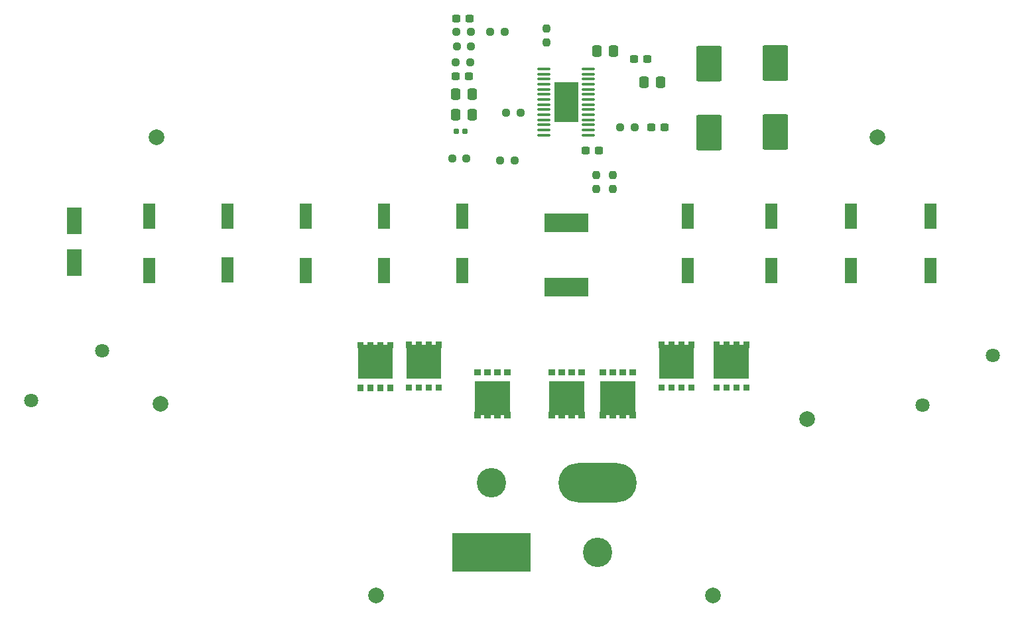
<source format=gts>
%TF.GenerationSoftware,KiCad,Pcbnew,8.0.7*%
%TF.CreationDate,2025-01-13T19:37:05-08:00*%
%TF.ProjectId,DCDCv2,44434443-7632-42e6-9b69-6361645f7063,rev?*%
%TF.SameCoordinates,Original*%
%TF.FileFunction,Soldermask,Top*%
%TF.FilePolarity,Negative*%
%FSLAX46Y46*%
G04 Gerber Fmt 4.6, Leading zero omitted, Abs format (unit mm)*
G04 Created by KiCad (PCBNEW 8.0.7) date 2025-01-13 19:37:05*
%MOMM*%
%LPD*%
G01*
G04 APERTURE LIST*
G04 Aperture macros list*
%AMRoundRect*
0 Rectangle with rounded corners*
0 $1 Rounding radius*
0 $2 $3 $4 $5 $6 $7 $8 $9 X,Y pos of 4 corners*
0 Add a 4 corners polygon primitive as box body*
4,1,4,$2,$3,$4,$5,$6,$7,$8,$9,$2,$3,0*
0 Add four circle primitives for the rounded corners*
1,1,$1+$1,$2,$3*
1,1,$1+$1,$4,$5*
1,1,$1+$1,$6,$7*
1,1,$1+$1,$8,$9*
0 Add four rect primitives between the rounded corners*
20,1,$1+$1,$2,$3,$4,$5,0*
20,1,$1+$1,$4,$5,$6,$7,0*
20,1,$1+$1,$6,$7,$8,$9,0*
20,1,$1+$1,$8,$9,$2,$3,0*%
G04 Aperture macros list end*
%ADD10C,0.000000*%
%ADD11RoundRect,0.237500X0.250000X0.237500X-0.250000X0.237500X-0.250000X-0.237500X0.250000X-0.237500X0*%
%ADD12R,0.650000X0.630000*%
%ADD13R,4.459998X4.280271*%
%ADD14R,1.498600X3.302000*%
%ADD15C,1.803400*%
%ADD16RoundRect,0.250000X0.337500X0.475000X-0.337500X0.475000X-0.337500X-0.475000X0.337500X-0.475000X0*%
%ADD17RoundRect,0.155000X0.212500X0.155000X-0.212500X0.155000X-0.212500X-0.155000X0.212500X-0.155000X0*%
%ADD18RoundRect,0.237500X-0.237500X0.250000X-0.237500X-0.250000X0.237500X-0.250000X0.237500X0.250000X0*%
%ADD19C,2.000000*%
%ADD20RoundRect,0.237500X-0.300000X-0.237500X0.300000X-0.237500X0.300000X0.237500X-0.300000X0.237500X0*%
%ADD21RoundRect,0.250000X-1.400000X-2.000000X1.400000X-2.000000X1.400000X2.000000X-1.400000X2.000000X0*%
%ADD22RoundRect,0.237500X0.300000X0.237500X-0.300000X0.237500X-0.300000X-0.237500X0.300000X-0.237500X0*%
%ADD23C,3.750000*%
%ADD24R,10.000000X5.000000*%
%ADD25O,10.000000X5.000000*%
%ADD26R,1.850000X3.500000*%
%ADD27R,5.588000X2.489200*%
%ADD28RoundRect,0.250000X-0.337500X-0.475000X0.337500X-0.475000X0.337500X0.475000X-0.337500X0.475000X0*%
%ADD29O,1.699999X0.349999*%
%ADD30R,3.099999X5.180000*%
G04 APERTURE END LIST*
D10*
%TO.C,M3*%
G36*
X106335000Y-72885000D02*
G01*
X105545000Y-72885000D01*
X105545000Y-72115000D01*
X106335000Y-72115000D01*
X106335000Y-72885000D01*
G37*
G36*
X106335000Y-78355144D02*
G01*
X105545000Y-78355144D01*
X105545000Y-77585144D01*
X106335000Y-77585144D01*
X106335000Y-78355144D01*
G37*
G36*
X107845000Y-76780271D02*
G01*
X105615001Y-76780271D01*
X105615001Y-72489871D01*
X107845000Y-72489871D01*
X107845000Y-76780271D01*
G37*
G36*
X107605000Y-72885000D02*
G01*
X106815000Y-72885000D01*
X106815000Y-72115000D01*
X107605000Y-72115000D01*
X107605000Y-72885000D01*
G37*
G36*
X107605000Y-78355144D02*
G01*
X106815000Y-78355144D01*
X106815000Y-77585144D01*
X107605000Y-77585144D01*
X107605000Y-78355144D01*
G37*
G36*
X108875000Y-72885000D02*
G01*
X108085000Y-72885000D01*
X108085000Y-72115000D01*
X108875000Y-72115000D01*
X108875000Y-72885000D01*
G37*
G36*
X108875000Y-78355144D02*
G01*
X108085000Y-78355144D01*
X108085000Y-77585144D01*
X108875000Y-77585144D01*
X108875000Y-78355144D01*
G37*
G36*
X110145000Y-72885000D02*
G01*
X109355000Y-72885000D01*
X109355000Y-72115000D01*
X110145000Y-72115000D01*
X110145000Y-72885000D01*
G37*
G36*
X110145000Y-78355144D02*
G01*
X109355000Y-78355144D01*
X109355000Y-77585144D01*
X110145000Y-77585144D01*
X110145000Y-78355144D01*
G37*
G36*
X110074999Y-76780271D02*
G01*
X107845000Y-76780271D01*
X107845000Y-72489871D01*
X110074999Y-72489871D01*
X110074999Y-76780271D01*
G37*
%TO.C,M1_2*%
G36*
X74085000Y-72885000D02*
G01*
X73295000Y-72885000D01*
X73295000Y-72115000D01*
X74085000Y-72115000D01*
X74085000Y-72885000D01*
G37*
G36*
X74085000Y-78355144D02*
G01*
X73295000Y-78355144D01*
X73295000Y-77585144D01*
X74085000Y-77585144D01*
X74085000Y-78355144D01*
G37*
G36*
X75595000Y-76780271D02*
G01*
X73365001Y-76780271D01*
X73365001Y-72489871D01*
X75595000Y-72489871D01*
X75595000Y-76780271D01*
G37*
G36*
X75355000Y-72885000D02*
G01*
X74565000Y-72885000D01*
X74565000Y-72115000D01*
X75355000Y-72115000D01*
X75355000Y-72885000D01*
G37*
G36*
X75355000Y-78355144D02*
G01*
X74565000Y-78355144D01*
X74565000Y-77585144D01*
X75355000Y-77585144D01*
X75355000Y-78355144D01*
G37*
G36*
X76625000Y-72885000D02*
G01*
X75835000Y-72885000D01*
X75835000Y-72115000D01*
X76625000Y-72115000D01*
X76625000Y-72885000D01*
G37*
G36*
X76625000Y-78355144D02*
G01*
X75835000Y-78355144D01*
X75835000Y-77585144D01*
X76625000Y-77585144D01*
X76625000Y-78355144D01*
G37*
G36*
X77895000Y-72885000D02*
G01*
X77105000Y-72885000D01*
X77105000Y-72115000D01*
X77895000Y-72115000D01*
X77895000Y-72885000D01*
G37*
G36*
X77895000Y-78355144D02*
G01*
X77105000Y-78355144D01*
X77105000Y-77585144D01*
X77895000Y-77585144D01*
X77895000Y-78355144D01*
G37*
G36*
X77824999Y-76780271D02*
G01*
X75595000Y-76780271D01*
X75595000Y-72489871D01*
X77824999Y-72489871D01*
X77824999Y-76780271D01*
G37*
%TO.C,M1*%
G36*
X67895000Y-72914856D02*
G01*
X67105000Y-72914856D01*
X67105000Y-72144856D01*
X67895000Y-72144856D01*
X67895000Y-72914856D01*
G37*
G36*
X67895000Y-78385000D02*
G01*
X67105000Y-78385000D01*
X67105000Y-77615000D01*
X67895000Y-77615000D01*
X67895000Y-78385000D01*
G37*
G36*
X69405000Y-76810127D02*
G01*
X67175001Y-76810127D01*
X67175001Y-72519727D01*
X69405000Y-72519727D01*
X69405000Y-76810127D01*
G37*
G36*
X69165000Y-72914856D02*
G01*
X68375000Y-72914856D01*
X68375000Y-72144856D01*
X69165000Y-72144856D01*
X69165000Y-72914856D01*
G37*
G36*
X69165000Y-78385000D02*
G01*
X68375000Y-78385000D01*
X68375000Y-77615000D01*
X69165000Y-77615000D01*
X69165000Y-78385000D01*
G37*
G36*
X70435000Y-72914856D02*
G01*
X69645000Y-72914856D01*
X69645000Y-72144856D01*
X70435000Y-72144856D01*
X70435000Y-72914856D01*
G37*
G36*
X70435000Y-78385000D02*
G01*
X69645000Y-78385000D01*
X69645000Y-77615000D01*
X70435000Y-77615000D01*
X70435000Y-78385000D01*
G37*
G36*
X71705000Y-72914856D02*
G01*
X70915000Y-72914856D01*
X70915000Y-72144856D01*
X71705000Y-72144856D01*
X71705000Y-72914856D01*
G37*
G36*
X71705000Y-78385000D02*
G01*
X70915000Y-78385000D01*
X70915000Y-77615000D01*
X71705000Y-77615000D01*
X71705000Y-78385000D01*
G37*
G36*
X71634999Y-76810127D02*
G01*
X69405000Y-76810127D01*
X69405000Y-72519727D01*
X71634999Y-72519727D01*
X71634999Y-76810127D01*
G37*
%TO.C,M3_2*%
G36*
X113335000Y-72885000D02*
G01*
X112545000Y-72885000D01*
X112545000Y-72115000D01*
X113335000Y-72115000D01*
X113335000Y-72885000D01*
G37*
G36*
X113335000Y-78355144D02*
G01*
X112545000Y-78355144D01*
X112545000Y-77585144D01*
X113335000Y-77585144D01*
X113335000Y-78355144D01*
G37*
G36*
X114845000Y-76780271D02*
G01*
X112615001Y-76780271D01*
X112615001Y-72489871D01*
X114845000Y-72489871D01*
X114845000Y-76780271D01*
G37*
G36*
X114605000Y-72885000D02*
G01*
X113815000Y-72885000D01*
X113815000Y-72115000D01*
X114605000Y-72115000D01*
X114605000Y-72885000D01*
G37*
G36*
X114605000Y-78355144D02*
G01*
X113815000Y-78355144D01*
X113815000Y-77585144D01*
X114605000Y-77585144D01*
X114605000Y-78355144D01*
G37*
G36*
X115875000Y-72885000D02*
G01*
X115085000Y-72885000D01*
X115085000Y-72115000D01*
X115875000Y-72115000D01*
X115875000Y-72885000D01*
G37*
G36*
X115875000Y-78355144D02*
G01*
X115085000Y-78355144D01*
X115085000Y-77585144D01*
X115875000Y-77585144D01*
X115875000Y-78355144D01*
G37*
G36*
X117145000Y-72885000D02*
G01*
X116355000Y-72885000D01*
X116355000Y-72115000D01*
X117145000Y-72115000D01*
X117145000Y-72885000D01*
G37*
G36*
X117145000Y-78355144D02*
G01*
X116355000Y-78355144D01*
X116355000Y-77585144D01*
X117145000Y-77585144D01*
X117145000Y-78355144D01*
G37*
G36*
X117074999Y-76780271D02*
G01*
X114845000Y-76780271D01*
X114845000Y-72489871D01*
X117074999Y-72489871D01*
X117074999Y-76780271D01*
G37*
%TO.C,M4*%
G36*
X93845000Y-81480273D02*
G01*
X91615001Y-81480273D01*
X91615001Y-77189873D01*
X93845000Y-77189873D01*
X93845000Y-81480273D01*
G37*
G36*
X92335000Y-76385000D02*
G01*
X91545000Y-76385000D01*
X91545000Y-75615000D01*
X92335000Y-75615000D01*
X92335000Y-76385000D01*
G37*
G36*
X92335000Y-81855144D02*
G01*
X91545000Y-81855144D01*
X91545000Y-81085144D01*
X92335000Y-81085144D01*
X92335000Y-81855144D01*
G37*
G36*
X93605000Y-76385000D02*
G01*
X92815000Y-76385000D01*
X92815000Y-75615000D01*
X93605000Y-75615000D01*
X93605000Y-76385000D01*
G37*
G36*
X93605000Y-81855144D02*
G01*
X92815000Y-81855144D01*
X92815000Y-81085144D01*
X93605000Y-81085144D01*
X93605000Y-81855144D01*
G37*
G36*
X94875000Y-76385000D02*
G01*
X94085000Y-76385000D01*
X94085000Y-75615000D01*
X94875000Y-75615000D01*
X94875000Y-76385000D01*
G37*
G36*
X94875000Y-81855144D02*
G01*
X94085000Y-81855144D01*
X94085000Y-81085144D01*
X94875000Y-81085144D01*
X94875000Y-81855144D01*
G37*
G36*
X96074999Y-81480273D02*
G01*
X93845000Y-81480273D01*
X93845000Y-77189873D01*
X96074999Y-77189873D01*
X96074999Y-81480273D01*
G37*
G36*
X96145000Y-76385000D02*
G01*
X95355000Y-76385000D01*
X95355000Y-75615000D01*
X96145000Y-75615000D01*
X96145000Y-76385000D01*
G37*
G36*
X96145000Y-81855144D02*
G01*
X95355000Y-81855144D01*
X95355000Y-81085144D01*
X96145000Y-81085144D01*
X96145000Y-81855144D01*
G37*
%TO.C,M2*%
G36*
X84345000Y-81480273D02*
G01*
X82115001Y-81480273D01*
X82115001Y-77189873D01*
X84345000Y-77189873D01*
X84345000Y-81480273D01*
G37*
G36*
X82835000Y-76385000D02*
G01*
X82045000Y-76385000D01*
X82045000Y-75615000D01*
X82835000Y-75615000D01*
X82835000Y-76385000D01*
G37*
G36*
X82835000Y-81855144D02*
G01*
X82045000Y-81855144D01*
X82045000Y-81085144D01*
X82835000Y-81085144D01*
X82835000Y-81855144D01*
G37*
G36*
X84105000Y-76385000D02*
G01*
X83315000Y-76385000D01*
X83315000Y-75615000D01*
X84105000Y-75615000D01*
X84105000Y-76385000D01*
G37*
G36*
X84105000Y-81855144D02*
G01*
X83315000Y-81855144D01*
X83315000Y-81085144D01*
X84105000Y-81085144D01*
X84105000Y-81855144D01*
G37*
G36*
X85375000Y-76385000D02*
G01*
X84585000Y-76385000D01*
X84585000Y-75615000D01*
X85375000Y-75615000D01*
X85375000Y-76385000D01*
G37*
G36*
X85375000Y-81855144D02*
G01*
X84585000Y-81855144D01*
X84585000Y-81085144D01*
X85375000Y-81085144D01*
X85375000Y-81855144D01*
G37*
G36*
X86574999Y-81480273D02*
G01*
X84345000Y-81480273D01*
X84345000Y-77189873D01*
X86574999Y-77189873D01*
X86574999Y-81480273D01*
G37*
G36*
X86645000Y-76385000D02*
G01*
X85855000Y-76385000D01*
X85855000Y-75615000D01*
X86645000Y-75615000D01*
X86645000Y-76385000D01*
G37*
G36*
X86645000Y-81855144D02*
G01*
X85855000Y-81855144D01*
X85855000Y-81085144D01*
X86645000Y-81085144D01*
X86645000Y-81855144D01*
G37*
%TO.C,M4_2*%
G36*
X100345000Y-81480273D02*
G01*
X98115001Y-81480273D01*
X98115001Y-77189873D01*
X100345000Y-77189873D01*
X100345000Y-81480273D01*
G37*
G36*
X98835000Y-76385000D02*
G01*
X98045000Y-76385000D01*
X98045000Y-75615000D01*
X98835000Y-75615000D01*
X98835000Y-76385000D01*
G37*
G36*
X98835000Y-81855144D02*
G01*
X98045000Y-81855144D01*
X98045000Y-81085144D01*
X98835000Y-81085144D01*
X98835000Y-81855144D01*
G37*
G36*
X100105000Y-76385000D02*
G01*
X99315000Y-76385000D01*
X99315000Y-75615000D01*
X100105000Y-75615000D01*
X100105000Y-76385000D01*
G37*
G36*
X100105000Y-81855144D02*
G01*
X99315000Y-81855144D01*
X99315000Y-81085144D01*
X100105000Y-81085144D01*
X100105000Y-81855144D01*
G37*
G36*
X101375000Y-76385000D02*
G01*
X100585000Y-76385000D01*
X100585000Y-75615000D01*
X101375000Y-75615000D01*
X101375000Y-76385000D01*
G37*
G36*
X101375000Y-81855144D02*
G01*
X100585000Y-81855144D01*
X100585000Y-81085144D01*
X101375000Y-81085144D01*
X101375000Y-81855144D01*
G37*
G36*
X102574999Y-81480273D02*
G01*
X100345000Y-81480273D01*
X100345000Y-77189873D01*
X102574999Y-77189873D01*
X102574999Y-81480273D01*
G37*
G36*
X102645000Y-76385000D02*
G01*
X101855000Y-76385000D01*
X101855000Y-75615000D01*
X102645000Y-75615000D01*
X102645000Y-76385000D01*
G37*
G36*
X102645000Y-81855144D02*
G01*
X101855000Y-81855144D01*
X101855000Y-81085144D01*
X102645000Y-81085144D01*
X102645000Y-81855144D01*
G37*
%TD*%
D11*
%TO.C,Rfbt1*%
X87162500Y-49000000D03*
X85337500Y-49000000D03*
%TD*%
D12*
%TO.C,M3*%
X105940000Y-77970144D03*
X107210000Y-77970144D03*
X108480000Y-77970144D03*
X109750000Y-77970144D03*
D13*
X107845001Y-74640136D03*
D12*
X105940000Y-72500000D03*
X107210000Y-72500000D03*
X108480000Y-72500000D03*
X109750000Y-72500000D03*
%TD*%
D14*
%TO.C,Cout1*%
X109241800Y-63000000D03*
X109241800Y-56091200D03*
%TD*%
D15*
%TO.C,Vin (15 to 28V)*%
X34500000Y-73287202D03*
X25500018Y-79637202D03*
%TD*%
D16*
%TO.C,Ccomp1*%
X81737500Y-43100000D03*
X79662500Y-43100000D03*
%TD*%
D17*
%TO.C,Ccomp2*%
X80867500Y-45200000D03*
X79732500Y-45200000D03*
%TD*%
D18*
%TO.C,Rcsg1*%
X97599998Y-50812499D03*
X97599998Y-52637499D03*
%TD*%
D14*
%TO.C,Cin1*%
X60500000Y-63000000D03*
X60500000Y-56091200D03*
%TD*%
D19*
%TO.C,GND*%
X41500000Y-46000000D03*
%TD*%
D20*
%TO.C,Cvcc1*%
X104599998Y-44724999D03*
X106324998Y-44724999D03*
%TD*%
D16*
%TO.C,Css1*%
X81737500Y-40500000D03*
X79662500Y-40500000D03*
%TD*%
D19*
%TO.C,Vin*%
X42000000Y-80000000D03*
%TD*%
D11*
%TO.C,Rt1*%
X81512500Y-36400000D03*
X79687500Y-36400000D03*
%TD*%
D19*
%TO.C,GND*%
X133500000Y-46000000D03*
%TD*%
D14*
%TO.C,Cin_5*%
X70500000Y-63000000D03*
X70500000Y-56091200D03*
%TD*%
D21*
%TO.C,Dboot1*%
X120500000Y-36500000D03*
X120500000Y-45300000D03*
%TD*%
D14*
%TO.C,Cin_4*%
X40500000Y-63000000D03*
X40500000Y-56091200D03*
%TD*%
D22*
%TO.C,Ccs1*%
X97962498Y-47724999D03*
X96237498Y-47724999D03*
%TD*%
D14*
%TO.C,Cout_4*%
X140250000Y-63000000D03*
X140250000Y-56091200D03*
%TD*%
D23*
%TO.C,L1*%
X97750000Y-99000000D03*
X84250000Y-90100000D03*
D24*
X84250000Y-99000000D03*
D25*
X97750000Y-90100000D03*
%TD*%
D18*
%TO.C,Rf1*%
X91250000Y-32087500D03*
X91250000Y-33912500D03*
%TD*%
D12*
%TO.C,M1_2*%
X73690000Y-77970144D03*
X74960000Y-77970144D03*
X76230000Y-77970144D03*
X77500000Y-77970144D03*
D13*
X75595001Y-74640136D03*
D12*
X73690000Y-72500000D03*
X74960000Y-72500000D03*
X76230000Y-72500000D03*
X77500000Y-72500000D03*
%TD*%
D22*
%TO.C,Cslope1*%
X81362500Y-38200000D03*
X79637500Y-38200000D03*
%TD*%
D26*
%TO.C,Cbulk1*%
X31000000Y-62000000D03*
X31000000Y-56700000D03*
%TD*%
D12*
%TO.C,M1*%
X67500000Y-78000000D03*
X68770000Y-78000000D03*
X70040000Y-78000000D03*
X71310000Y-78000000D03*
D13*
X69405001Y-74669992D03*
D12*
X67500000Y-72529856D03*
X68770000Y-72529856D03*
X70040000Y-72529856D03*
X71310000Y-72529856D03*
%TD*%
D14*
%TO.C,Cout_3*%
X130080600Y-63000000D03*
X130080600Y-56091200D03*
%TD*%
D15*
%TO.C,Vout (24V)*%
X139249008Y-80212798D03*
X148248990Y-73862798D03*
%TD*%
D18*
%TO.C,Rcsp1*%
X99750000Y-50812499D03*
X99750000Y-52637499D03*
%TD*%
D20*
%TO.C,Cbias1*%
X102387500Y-36000000D03*
X104112500Y-36000000D03*
%TD*%
D11*
%TO.C,Ruvt1*%
X85900000Y-32500000D03*
X84075000Y-32500000D03*
%TD*%
D27*
%TO.C,Rsense1*%
X93750000Y-56910600D03*
X93750000Y-65089400D03*
%TD*%
D14*
%TO.C,Cin_2*%
X50500000Y-62954400D03*
X50500000Y-56045600D03*
%TD*%
D19*
%TO.C,Vout*%
X124500000Y-82000000D03*
%TD*%
D12*
%TO.C,M3_2*%
X112940000Y-77970144D03*
X114210000Y-77970144D03*
X115480000Y-77970144D03*
X116750000Y-77970144D03*
D13*
X114845001Y-74640136D03*
D12*
X112940000Y-72500000D03*
X114210000Y-72500000D03*
X115480000Y-72500000D03*
X116750000Y-72500000D03*
%TD*%
D11*
%TO.C,Rfbb1*%
X81012500Y-48700000D03*
X79187500Y-48700000D03*
%TD*%
D28*
%TO.C,Cboot2*%
X103712500Y-39000000D03*
X105787500Y-39000000D03*
%TD*%
D29*
%TO.C,U1*%
X90900000Y-37274999D03*
X90900000Y-37925000D03*
X90900000Y-38574999D03*
X90900000Y-39225000D03*
X90900000Y-39874998D03*
X90900000Y-40525000D03*
X90900000Y-41174998D03*
X90900000Y-41825000D03*
X90900000Y-42474998D03*
X90900000Y-43125000D03*
X90900000Y-43774998D03*
X90900000Y-44424999D03*
X90900000Y-45074998D03*
X90900000Y-45724999D03*
X96599998Y-45724999D03*
X96599998Y-45074998D03*
X96599998Y-44424999D03*
X96599998Y-43774998D03*
X96599998Y-43125000D03*
X96599998Y-42474998D03*
X96599998Y-41825000D03*
X96599998Y-41174998D03*
X96599998Y-40525000D03*
X96599998Y-39874998D03*
X96599998Y-39225000D03*
X96599998Y-38574999D03*
X96599998Y-37925000D03*
X96599998Y-37274999D03*
D30*
X93749999Y-41499999D03*
%TD*%
D11*
%TO.C,Rpg1*%
X102512498Y-44724999D03*
X100687498Y-44724999D03*
%TD*%
D14*
%TO.C,Cout_2*%
X119911200Y-63000000D03*
X119911200Y-56091200D03*
%TD*%
D11*
%TO.C,Rmode1*%
X81612500Y-34400000D03*
X79787500Y-34400000D03*
%TD*%
%TO.C,Ruvb1*%
X81562500Y-32500000D03*
X79737500Y-32500000D03*
%TD*%
D19*
%TO.C,SW2*%
X112500000Y-104500000D03*
%TD*%
D14*
%TO.C,Cin_3*%
X80500000Y-63000000D03*
X80500000Y-56091200D03*
%TD*%
D19*
%TO.C,SW1*%
X69500000Y-104500000D03*
%TD*%
D21*
%TO.C,Dboot2*%
X112000000Y-36600000D03*
X112000000Y-45400000D03*
%TD*%
D11*
%TO.C,Rcomp1*%
X87912500Y-42900000D03*
X86087500Y-42900000D03*
%TD*%
D16*
%TO.C,Cboot1*%
X99787500Y-35000000D03*
X97712500Y-35000000D03*
%TD*%
D12*
%TO.C,M4*%
X95750000Y-76000000D03*
X94480000Y-76000000D03*
X93210000Y-76000000D03*
X91940000Y-76000000D03*
D13*
X93844999Y-79330008D03*
D12*
X95750000Y-81470144D03*
X94480000Y-81470144D03*
X93210000Y-81470144D03*
X91940000Y-81470144D03*
%TD*%
%TO.C,M2*%
X86250000Y-76000000D03*
X84980000Y-76000000D03*
X83710000Y-76000000D03*
X82440000Y-76000000D03*
D13*
X84344999Y-79330008D03*
D12*
X86250000Y-81470144D03*
X84980000Y-81470144D03*
X83710000Y-81470144D03*
X82440000Y-81470144D03*
%TD*%
D22*
%TO.C,Cf1*%
X81462500Y-30800000D03*
X79737500Y-30800000D03*
%TD*%
D12*
%TO.C,M4_2*%
X102250000Y-76000000D03*
X100980000Y-76000000D03*
X99710000Y-76000000D03*
X98440000Y-76000000D03*
D13*
X100344999Y-79330008D03*
D12*
X102250000Y-81470144D03*
X100980000Y-81470144D03*
X99710000Y-81470144D03*
X98440000Y-81470144D03*
%TD*%
M02*

</source>
